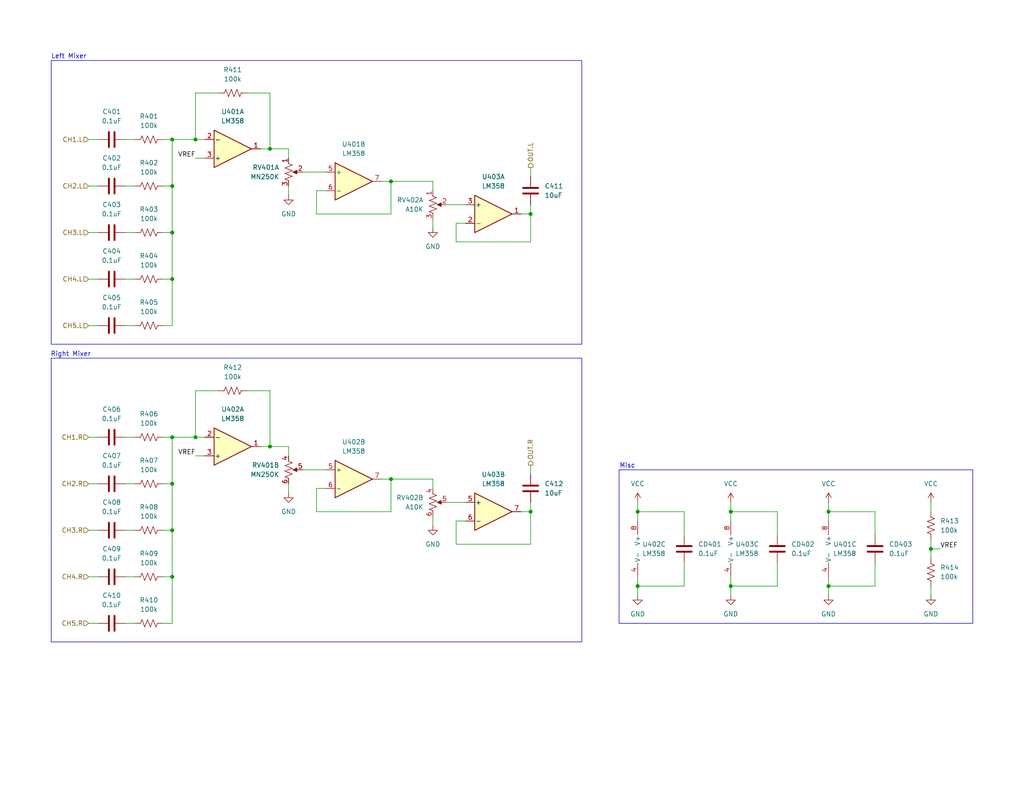
<source format=kicad_sch>
(kicad_sch (version 20250114) (generator "eeschema") (generator_version "9.0")
  (paper "USLetter")
  (title_block (title "Stereo Mixer") (date "2025-10-30") (rev "1.0") (company "vladaviedov.org") (comment 1 "Power: 12-30V Barrel Jack") (comment 2 "CH4-5: Instrument Mono") (comment 3 "CH1-3: Line Stereo"))
  (lib_symbols
    (symbol "Amplifier_Operational:LM358" (pin_names (offset 0.127))
      (property "Reference" "U" (at 0 5.08 0))
      (property "Value" "LM358" (at 0 -5.08 0))
      (symbol "LM358_1_1"
        (polyline (pts (xy -5.08 5.08) (xy 5.08 0) (xy -5.08 -5.08) (xy -5.08 5.08)) (stroke (width 0.254)) (fill (type background)))
        (pin input line (at -7.62 2.54 0) (length 2.54) (name "+") (number "3"))
        (pin input line (at -7.62 -2.54 0) (length 2.54) (name "-") (number "2"))
        (pin output line (at 7.62 0 180) (length 2.54) (name "~") (number "1"))
      )
      (symbol "LM358_2_1"
        (polyline (pts (xy -5.08 5.08) (xy 5.08 0) (xy -5.08 -5.08) (xy -5.08 5.08)) (stroke (width 0.254)) (fill (type background)))
        (pin input line (at -7.62 2.54 0) (length 2.54) (name "+") (number "5"))
        (pin input line (at -7.62 -2.54 0) (length 2.54) (name "-") (number "6"))
        (pin output line (at 7.62 0 180) (length 2.54) (name "~") (number "7"))
      )
      (symbol "LM358_3_1"
        (pin power_in line (at -2.54 7.62 270) (length 3.81) (name "V+") (number "8"))
        (pin power_in line (at -2.54 -7.62 90) (length 3.81) (name "V-") (number "4"))
      )
    )
    (symbol "Custom:R_Potentiometer_US_Dual_Split" (pin_names (offset 1.016) (hide yes))
      (property "Reference" "RV" (at -4.445 0 90))
      (property "Value" "R_Potentiometer_US_Dual_Split" (at -2.54 0 90))
      (symbol "R_Potentiometer_US_Dual_Split_0_1"
        (polyline (pts (xy 0 2.54) (xy 0 2.286)))
        (polyline (pts (xy 0 2.286) (xy 1.016 1.905) (xy 0 1.524) (xy -1.016 1.143) (xy 0 0.762)))
        (polyline (pts (xy 0 0.762) (xy 1.016 0.381) (xy 0 0) (xy -1.016 -0.381) (xy 0 -0.762)))
        (polyline (pts (xy 0 -0.762) (xy 1.016 -1.143) (xy 0 -1.524) (xy -1.016 -1.905) (xy 0 -2.286)))
        (polyline (pts (xy 0 -2.286) (xy 0 -2.54)))
        (polyline (pts (xy 1.143 0) (xy 2.286 0.508) (xy 2.286 -0.508) (xy 1.143 0)) (fill (type outline)))
        (polyline (pts (xy 2.54 0) (xy 1.524 0)))
      )
      (symbol "R_Potentiometer_US_Dual_Split_1_1"
        (pin passive line (at 0 3.81 270) (length 1.27) (name "1") (number "1"))
        (pin passive line (at 0 -3.81 90) (length 1.27) (name "3") (number "3"))
        (pin passive line (at 3.81 0 180) (length 1.27) (name "2") (number "2"))
      )
      (symbol "R_Potentiometer_US_Dual_Split_2_1"
        (pin passive line (at 0 3.81 270) (length 1.27) (name "4") (number "4"))
        (pin passive line (at 0 -3.81 90) (length 1.27) (name "6") (number "6"))
        (pin passive line (at 3.81 0 180) (length 1.27) (name "5") (number "5"))
      )
    )
    (symbol "Device:C" (pin_numbers (hide yes)) (pin_names (offset 0.254))
      (property "Reference" "C" (at 0.635 2.54 0))
      (property "Value" "C" (at 0.635 -2.54 0))
      (symbol "C_0_1"
        (polyline (pts (xy -2.032 0.762) (xy 2.032 0.762)) (stroke (width 0.508)))
        (polyline (pts (xy -2.032 -0.762) (xy 2.032 -0.762)) (stroke (width 0.508)))
      )
      (symbol "C_1_1"
        (pin passive line (at 0 3.81 270) (length 2.794) (name "~") (number "1"))
        (pin passive line (at 0 -3.81 90) (length 2.794) (name "~") (number "2"))
      )
    )
    (symbol "Device:R_US" (pin_numbers (hide yes)) (pin_names (offset 0))
      (property "Reference" "R" (at 2.54 0 90))
      (property "Value" "R_US" (at -2.54 0 90))
      (symbol "R_US_0_1"
        (polyline (pts (xy 0 2.286) (xy 0 2.54)))
        (polyline (pts (xy 0 2.286) (xy 1.016 1.905) (xy 0 1.524) (xy -1.016 1.143) (xy 0 0.762)))
        (polyline (pts (xy 0 0.762) (xy 1.016 0.381) (xy 0 0) (xy -1.016 -0.381) (xy 0 -0.762)))
        (polyline (pts (xy 0 -0.762) (xy 1.016 -1.143) (xy 0 -1.524) (xy -1.016 -1.905) (xy 0 -2.286)))
        (polyline (pts (xy 0 -2.286) (xy 0 -2.54)))
      )
      (symbol "R_US_1_1"
        (pin passive line (at 0 3.81 270) (length 1.27) (name "~") (number "1"))
        (pin passive line (at 0 -3.81 90) (length 1.27) (name "~") (number "2"))
      )
    )
    (symbol "power:GND" (power) (pin_numbers (hide yes)) (pin_names (offset 0) (hide yes))
      (property "Value" "GND" (at 0 -3.81 0))
      (symbol "GND_0_1"
        (polyline (pts (xy 0 0) (xy 0 -1.27) (xy 1.27 -1.27) (xy 0 -2.54) (xy -1.27 -1.27) (xy 0 -1.27)))
      )
      (symbol "GND_1_1"
        (pin power_in line (at 0 0 270) (length 0) (name "~") (number "1"))
      )
    )
    (symbol "power:VCC" (power) (pin_numbers (hide yes)) (pin_names (offset 0) (hide yes))
      (property "Value" "VCC" (at 0 3.556 0))
      (symbol "VCC_0_1"
        (polyline (pts (xy -0.762 1.27) (xy 0 2.54)))
        (polyline (pts (xy 0 2.54) (xy 0.762 1.27)))
        (polyline (pts (xy 0 0) (xy 0 2.54)))
      )
      (symbol "VCC_1_1"
        (pin power_in line (at 0 0 90) (length 0) (name "~") (number "1"))
      )
    )
  )
  (rectangle (start 13.97 97.79) (end 158.75 175.26))
  (rectangle (start 13.97 16.51) (end 158.75 93.98))
  (rectangle (start 168.91 128.27) (end 265.43 170.18))
  (text "Left Mixer" (at 18.796 15.494 0) (effects (font (size 1.27 1.27))))
  (text "Right Mixer" (at 19.304 96.774 0) (effects (font (size 1.27 1.27))))
  (text "Misc\n" (at 171.196 127.254 0) (effects (font (size 1.27 1.27))))
  (junction (at 46.99 119.38))
  (junction (at 53.34 119.38))
  (junction (at 46.99 76.2))
  (junction (at 173.99 139.7))
  (junction (at 199.39 160.02))
  (junction (at 106.68 130.81))
  (junction (at 46.99 157.48))
  (junction (at 144.78 139.7))
  (junction (at 73.66 40.64))
  (junction (at 254 149.86))
  (junction (at 73.66 121.92))
  (junction (at 226.06 139.7))
  (junction (at 46.99 63.5))
  (junction (at 53.34 38.1))
  (junction (at 199.39 139.7))
  (junction (at 46.99 132.08))
  (junction (at 173.99 160.02))
  (junction (at 46.99 38.1))
  (junction (at 106.68 49.53))
  (junction (at 46.99 50.8))
  (junction (at 226.06 160.02))
  (junction (at 46.99 144.78))
  (junction (at 144.78 58.42))
  (wire (pts (xy 254 149.86) (xy 256.54 149.86)))
  (wire (pts (xy 82.55 46.99) (xy 88.9 46.99)))
  (wire (pts (xy 121.92 137.16) (xy 127 137.16)))
  (wire (pts (xy 73.66 106.68) (xy 73.66 121.92)))
  (wire (pts (xy 46.99 88.9) (xy 46.99 76.2)))
  (wire (pts (xy 73.66 40.64) (xy 71.12 40.64)))
  (wire (pts (xy 106.68 130.81) (xy 118.11 130.81)))
  (wire (pts (xy 34.29 50.8) (xy 36.83 50.8)))
  (wire (pts (xy 238.76 160.02) (xy 238.76 153.67)))
  (wire (pts (xy 44.45 144.78) (xy 46.99 144.78)))
  (wire (pts (xy 212.09 160.02) (xy 212.09 153.67)))
  (wire (pts (xy 24.13 144.78) (xy 26.67 144.78)))
  (wire (pts (xy 44.45 63.5) (xy 46.99 63.5)))
  (wire (pts (xy 124.46 148.59) (xy 144.78 148.59)))
  (wire (pts (xy 226.06 137.16) (xy 226.06 139.7)))
  (wire (pts (xy 44.45 76.2) (xy 46.99 76.2)))
  (wire (pts (xy 144.78 139.7) (xy 142.24 139.7)))
  (wire (pts (xy 55.88 119.38) (xy 53.34 119.38)))
  (wire (pts (xy 238.76 139.7) (xy 238.76 146.05)))
  (wire (pts (xy 186.69 139.7) (xy 186.69 146.05)))
  (wire (pts (xy 144.78 58.42) (xy 142.24 58.42)))
  (wire (pts (xy 226.06 139.7) (xy 226.06 142.24)))
  (wire (pts (xy 144.78 66.04) (xy 144.78 58.42)))
  (wire (pts (xy 24.13 63.5) (xy 26.67 63.5)))
  (wire (pts (xy 24.13 88.9) (xy 26.67 88.9)))
  (wire (pts (xy 34.29 88.9) (xy 36.83 88.9)))
  (wire (pts (xy 46.99 170.18) (xy 46.99 157.48)))
  (wire (pts (xy 24.13 119.38) (xy 26.67 119.38)))
  (wire (pts (xy 144.78 139.7) (xy 144.78 137.16)))
  (wire (pts (xy 199.39 137.16) (xy 199.39 139.7)))
  (wire (pts (xy 118.11 59.69) (xy 118.11 62.23)))
  (wire (pts (xy 44.45 170.18) (xy 46.99 170.18)))
  (wire (pts (xy 118.11 49.53) (xy 118.11 52.07)))
  (wire (pts (xy 124.46 142.24) (xy 124.46 148.59)))
  (wire (pts (xy 46.99 76.2) (xy 46.99 63.5)))
  (wire (pts (xy 86.36 58.42) (xy 106.68 58.42)))
  (wire (pts (xy 86.36 139.7) (xy 106.68 139.7)))
  (wire (pts (xy 78.74 40.64) (xy 78.74 43.18)))
  (wire (pts (xy 78.74 121.92) (xy 78.74 124.46)))
  (wire (pts (xy 82.55 128.27) (xy 88.9 128.27)))
  (wire (pts (xy 118.11 140.97) (xy 118.11 143.51)))
  (wire (pts (xy 46.99 38.1) (xy 44.45 38.1)))
  (wire (pts (xy 34.29 76.2) (xy 36.83 76.2)))
  (wire (pts (xy 24.13 132.08) (xy 26.67 132.08)))
  (wire (pts (xy 127 60.96) (xy 124.46 60.96)))
  (wire (pts (xy 44.45 88.9) (xy 46.99 88.9)))
  (wire (pts (xy 67.31 25.4) (xy 73.66 25.4)))
  (wire (pts (xy 44.45 132.08) (xy 46.99 132.08)))
  (wire (pts (xy 78.74 50.8) (xy 78.74 53.34)))
  (wire (pts (xy 24.13 157.48) (xy 26.67 157.48)))
  (wire (pts (xy 34.29 144.78) (xy 36.83 144.78)))
  (wire (pts (xy 46.99 157.48) (xy 46.99 144.78)))
  (wire (pts (xy 144.78 127) (xy 144.78 129.54)))
  (wire (pts (xy 73.66 121.92) (xy 71.12 121.92)))
  (wire (pts (xy 173.99 160.02) (xy 173.99 162.56)))
  (wire (pts (xy 34.29 119.38) (xy 36.83 119.38)))
  (wire (pts (xy 46.99 63.5) (xy 46.99 50.8)))
  (wire (pts (xy 34.29 132.08) (xy 36.83 132.08)))
  (wire (pts (xy 212.09 139.7) (xy 212.09 146.05)))
  (wire (pts (xy 53.34 43.18) (xy 55.88 43.18)))
  (wire (pts (xy 34.29 170.18) (xy 36.83 170.18)))
  (wire (pts (xy 44.45 157.48) (xy 46.99 157.48)))
  (wire (pts (xy 199.39 139.7) (xy 199.39 142.24)))
  (wire (pts (xy 53.34 106.68) (xy 59.69 106.68)))
  (wire (pts (xy 46.99 132.08) (xy 46.99 119.38)))
  (wire (pts (xy 46.99 119.38) (xy 53.34 119.38)))
  (wire (pts (xy 24.13 170.18) (xy 26.67 170.18)))
  (wire (pts (xy 124.46 66.04) (xy 144.78 66.04)))
  (wire (pts (xy 34.29 157.48) (xy 36.83 157.48)))
  (wire (pts (xy 144.78 148.59) (xy 144.78 139.7)))
  (wire (pts (xy 173.99 137.16) (xy 173.99 139.7)))
  (wire (pts (xy 144.78 45.72) (xy 144.78 48.26)))
  (wire (pts (xy 226.06 157.48) (xy 226.06 160.02)))
  (wire (pts (xy 46.99 119.38) (xy 44.45 119.38)))
  (wire (pts (xy 199.39 157.48) (xy 199.39 160.02)))
  (wire (pts (xy 254 137.16) (xy 254 139.7)))
  (wire (pts (xy 53.34 25.4) (xy 59.69 25.4)))
  (wire (pts (xy 88.9 133.35) (xy 86.36 133.35)))
  (wire (pts (xy 124.46 60.96) (xy 124.46 66.04)))
  (wire (pts (xy 106.68 49.53) (xy 104.14 49.53)))
  (wire (pts (xy 118.11 130.81) (xy 118.11 133.35)))
  (wire (pts (xy 86.36 133.35) (xy 86.36 139.7)))
  (wire (pts (xy 226.06 139.7) (xy 238.76 139.7)))
  (wire (pts (xy 78.74 132.08) (xy 78.74 134.62)))
  (wire (pts (xy 226.06 160.02) (xy 238.76 160.02)))
  (wire (pts (xy 46.99 50.8) (xy 46.99 38.1)))
  (wire (pts (xy 173.99 139.7) (xy 173.99 142.24)))
  (wire (pts (xy 254 160.02) (xy 254 162.56)))
  (wire (pts (xy 44.45 50.8) (xy 46.99 50.8)))
  (wire (pts (xy 73.66 25.4) (xy 73.66 40.64)))
  (wire (pts (xy 144.78 58.42) (xy 144.78 55.88)))
  (wire (pts (xy 186.69 153.67) (xy 186.69 160.02)))
  (wire (pts (xy 24.13 50.8) (xy 26.67 50.8)))
  (wire (pts (xy 106.68 58.42) (xy 106.68 49.53)))
  (wire (pts (xy 254 152.4) (xy 254 149.86)))
  (wire (pts (xy 86.36 52.07) (xy 86.36 58.42)))
  (wire (pts (xy 53.34 124.46) (xy 55.88 124.46)))
  (wire (pts (xy 34.29 38.1) (xy 36.83 38.1)))
  (wire (pts (xy 106.68 139.7) (xy 106.68 130.81)))
  (wire (pts (xy 73.66 121.92) (xy 78.74 121.92)))
  (wire (pts (xy 46.99 38.1) (xy 53.34 38.1)))
  (wire (pts (xy 55.88 38.1) (xy 53.34 38.1)))
  (wire (pts (xy 34.29 63.5) (xy 36.83 63.5)))
  (wire (pts (xy 127 142.24) (xy 124.46 142.24)))
  (wire (pts (xy 199.39 139.7) (xy 212.09 139.7)))
  (wire (pts (xy 67.31 106.68) (xy 73.66 106.68)))
  (wire (pts (xy 254 147.32) (xy 254 149.86)))
  (wire (pts (xy 53.34 119.38) (xy 53.34 106.68)))
  (wire (pts (xy 46.99 144.78) (xy 46.99 132.08)))
  (wire (pts (xy 73.66 40.64) (xy 78.74 40.64)))
  (wire (pts (xy 88.9 52.07) (xy 86.36 52.07)))
  (wire (pts (xy 24.13 38.1) (xy 26.67 38.1)))
  (wire (pts (xy 173.99 157.48) (xy 173.99 160.02)))
  (wire (pts (xy 226.06 160.02) (xy 226.06 162.56)))
  (wire (pts (xy 121.92 55.88) (xy 127 55.88)))
  (wire (pts (xy 173.99 160.02) (xy 186.69 160.02)))
  (wire (pts (xy 199.39 160.02) (xy 212.09 160.02)))
  (wire (pts (xy 53.34 38.1) (xy 53.34 25.4)))
  (wire (pts (xy 106.68 49.53) (xy 118.11 49.53)))
  (wire (pts (xy 106.68 130.81) (xy 104.14 130.81)))
  (wire (pts (xy 199.39 160.02) (xy 199.39 162.56)))
  (wire (pts (xy 24.13 76.2) (xy 26.67 76.2)))
  (wire (pts (xy 173.99 139.7) (xy 186.69 139.7)))
  (label "VREF" (at 256.54 149.86 0))
  (label "VREF" (at 53.34 43.18 180))
  (label "VREF" (at 53.34 124.46 180))
  (hierarchical_label "CH5.L" (shape input) (at 24.13 88.9 180))
  (hierarchical_label "OUT.L" (shape output) (at 144.78 45.72 90))
  (hierarchical_label "CH3.L" (shape input) (at 24.13 63.5 180))
  (hierarchical_label "CH3.R" (shape input) (at 24.13 144.78 180))
  (hierarchical_label "CH1.R" (shape input) (at 24.13 119.38 180))
  (hierarchical_label "CH4.R" (shape input) (at 24.13 157.48 180))
  (hierarchical_label "CH4.L" (shape input) (at 24.13 76.2 180))
  (hierarchical_label "CH2.R" (shape input) (at 24.13 132.08 180))
  (hierarchical_label "CH5.R" (shape input) (at 24.13 170.18 180))
  (hierarchical_label "OUT.R" (shape output) (at 144.78 127 90))
  (hierarchical_label "CH2.L" (shape input) (at 24.13 50.8 180))
  (hierarchical_label "CH1.L" (shape input) (at 24.13 38.1 180))
  (symbol (lib_id "Device:C") (at 212.09 149.86 0) (unit 1)
    (property "Reference" "CD402" (at 215.9 148.5899 0) (effects (justify left)))
    (property "Value" "0.1uF" (at 215.9 151.1299 0) (effects (justify left)))
    (property "Footprint" "Custom:C_0402_1005Metric_Fix" (effects (hide yes)))
    (property "Description" "Unpolarized capacitor" (effects (hide yes)))
    (property "Supplier" "https://www.digikey.com/en/products/detail/kyocera-avx/KGM05AR51C104KH/563236" (effects (hide yes)))
  )
  (symbol (lib_id "power:GND") (at 199.39 162.56 0) (unit 1)
    (property "Reference" "#PWR0408" (effects (hide yes)))
    (property "Value" "GND" (at 199.39 167.64 0))
    (property "Description" "Power symbol creates a global label with name \"GND\" , ground" (effects (hide yes)))
  )
  (symbol (lib_id "Device:R_US") (at 40.64 144.78 90) (unit 1)
    (property "Reference" "R408" (at 40.64 138.43 90))
    (property "Value" "100k" (at 40.64 140.97 90))
    (property "Footprint" "Resistor_SMD:R_1206_3216Metric" (effects (hide yes)))
    (property "Description" "Resistor, US symbol" (effects (hide yes)))
    (property "Supplier" "https://www.digikey.com/en/products/detail/yageo/RC1206FR-07100KL/728492" (effects (hide yes)))
  )
  (symbol (lib_id "power:VCC") (at 226.06 137.16 0) (unit 1)
    (property "Reference" "#PWR0409" (effects (hide yes)))
    (property "Value" "VCC" (at 226.06 132.08 0))
    (property "Description" "Power symbol creates a global label with name \"VCC\"" (effects (hide yes)))
  )
  (symbol (lib_id "Device:C") (at 30.48 157.48 90) (unit 1)
    (property "Reference" "C409" (at 30.48 149.86 90))
    (property "Value" "0.1uF" (at 30.48 152.4 90))
    (property "Footprint" "Capacitor_SMD:C_1206_3216Metric" (effects (hide yes)))
    (property "Description" "Unpolarized capacitor" (effects (hide yes)))
    (property "Supplier" "https://www.digikey.com/en/products/detail/murata-electronics/GRM3195C1H104JA05D/13531811" (effects (hide yes)))
  )
  (symbol (lib_id "Custom:R_Potentiometer_US_Dual_Split") (at 78.74 128.27 0) (unit 2)
    (property "Reference" "RV401" (at 76.2 126.9999 0) (effects (justify right)))
    (property "Value" "MN250K" (at 76.2 129.5399 0) (effects (justify right)))
    (property "Footprint" "Custom:ChassisMount_Wire-0.25sqmm_2x03_P4.2mm_D0.65mm_OD1.7mm" (effects (hide yes)))
    (property "Description" "Potentiometer, US symbol" (effects (hide yes)))
    (property "Supplier" "https://www.digikey.com/en/products/detail/bourns-inc/PDB182-GTRB1-254MN/3780712" (effects (hide yes)))
  )
  (symbol (lib_id "Amplifier_Operational:LM358") (at 63.5 40.64 0) (mirror x) (unit 1)
    (property "Reference" "U401" (at 63.5 30.48 0))
    (property "Value" "LM358" (at 63.5 33.02 0))
    (property "Footprint" "Package_SO:SOIC-8_3.9x4.9mm_P1.27mm" (effects (hide yes)))
    (property "Datasheet" "http://www.ti.com/lit/ds/symlink/lm2904-n.pdf" (effects (hide yes)))
    (property "Description" "Low-Power, Dual Operational Amplifiers, DIP-8/SOIC-8/TO-99-8" (effects (hide yes)))
    (property "Supplier" "https://www.digikey.com/en/products/detail/stmicroelectronics/LM358DT/591693" (effects (hide yes)))
  )
  (symbol (lib_id "Device:C") (at 186.69 149.86 0) (unit 1)
    (property "Reference" "CD401" (at 190.5 148.5899 0) (effects (justify left)))
    (property "Value" "0.1uF" (at 190.5 151.1299 0) (effects (justify left)))
    (property "Footprint" "Custom:C_0402_1005Metric_Fix" (effects (hide yes)))
    (property "Description" "Unpolarized capacitor" (effects (hide yes)))
    (property "Supplier" "https://www.digikey.com/en/products/detail/kyocera-avx/KGM05AR51C104KH/563236" (effects (hide yes)))
  )
  (symbol (lib_id "Amplifier_Operational:LM358") (at 134.62 139.7 0) (unit 2)
    (property "Reference" "U403" (at 134.62 129.54 0))
    (property "Value" "LM358" (at 134.62 132.08 0))
    (property "Footprint" "Package_SO:SOIC-8_3.9x4.9mm_P1.27mm" (effects (hide yes)))
    (property "Datasheet" "http://www.ti.com/lit/ds/symlink/lm2904-n.pdf" (effects (hide yes)))
    (property "Description" "Low-Power, Dual Operational Amplifiers, DIP-8/SOIC-8/TO-99-8" (effects (hide yes)))
    (property "Supplier" "https://www.digikey.com/en/products/detail/stmicroelectronics/LM358DT/591693" (effects (hide yes)))
  )
  (symbol (lib_id "power:GND") (at 254 162.56 0) (unit 1)
    (property "Reference" "#PWR0412" (effects (hide yes)))
    (property "Value" "GND" (at 254 167.64 0))
    (property "Description" "Power symbol creates a global label with name \"GND\" , ground" (effects (hide yes)))
  )
  (symbol (lib_id "power:GND") (at 173.99 162.56 0) (unit 1)
    (property "Reference" "#PWR0406" (effects (hide yes)))
    (property "Value" "GND" (at 173.99 167.64 0))
    (property "Description" "Power symbol creates a global label with name \"GND\" , ground" (effects (hide yes)))
  )
  (symbol (lib_id "power:VCC") (at 199.39 137.16 0) (unit 1)
    (property "Reference" "#PWR0407" (effects (hide yes)))
    (property "Value" "VCC" (at 199.39 132.08 0))
    (property "Description" "Power symbol creates a global label with name \"VCC\"" (effects (hide yes)))
  )
  (symbol (lib_id "Device:R_US") (at 40.64 76.2 90) (unit 1)
    (property "Reference" "R404" (at 40.64 69.85 90))
    (property "Value" "100k" (at 40.64 72.39 90))
    (property "Footprint" "Resistor_SMD:R_1206_3216Metric" (effects (hide yes)))
    (property "Description" "Resistor, US symbol" (effects (hide yes)))
    (property "Supplier" "https://www.digikey.com/en/products/detail/yageo/RC1206FR-07100KL/728492" (effects (hide yes)))
  )
  (symbol (lib_id "Device:R_US") (at 254 156.21 0) (unit 1)
    (property "Reference" "R414" (at 256.54 154.9399 0) (effects (justify left)))
    (property "Value" "100k" (at 256.54 157.4799 0) (effects (justify left)))
    (property "Footprint" "Resistor_SMD:R_1206_3216Metric" (effects (hide yes)))
    (property "Description" "Resistor, US symbol" (effects (hide yes)))
    (property "Supplier" "https://www.digikey.com/en/products/detail/yageo/RC1206FR-07100KL/728492" (effects (hide yes)))
  )
  (symbol (lib_id "Device:R_US") (at 63.5 25.4 90) (unit 1)
    (property "Reference" "R411" (at 63.5 19.05 90))
    (property "Value" "100k" (at 63.5 21.59 90))
    (property "Footprint" "Resistor_SMD:R_1206_3216Metric" (effects (hide yes)))
    (property "Description" "Resistor, US symbol" (effects (hide yes)))
    (property "Supplier" "https://www.digikey.com/en/products/detail/yageo/RC1206FR-07100KL/728492" (effects (hide yes)))
  )
  (symbol (lib_id "Amplifier_Operational:LM358") (at 96.52 49.53 0) (unit 2)
    (property "Reference" "U401" (at 96.52 39.37 0))
    (property "Value" "LM358" (at 96.52 41.91 0))
    (property "Footprint" "Package_SO:SOIC-8_3.9x4.9mm_P1.27mm" (effects (hide yes)))
    (property "Datasheet" "http://www.ti.com/lit/ds/symlink/lm2904-n.pdf" (effects (hide yes)))
    (property "Description" "Low-Power, Dual Operational Amplifiers, DIP-8/SOIC-8/TO-99-8" (effects (hide yes)))
    (property "Supplier" "https://www.digikey.com/en/products/detail/stmicroelectronics/LM358DT/591693" (effects (hide yes)))
  )
  (symbol (lib_id "power:GND") (at 78.74 134.62 0) (unit 1)
    (property "Reference" "#PWR0402" (effects (hide yes)))
    (property "Value" "GND" (at 78.74 139.7 0))
    (property "Description" "Power symbol creates a global label with name \"GND\" , ground" (effects (hide yes)))
  )
  (symbol (lib_id "Device:R_US") (at 40.64 63.5 90) (unit 1)
    (property "Reference" "R403" (at 40.64 57.15 90))
    (property "Value" "100k" (at 40.64 59.69 90))
    (property "Footprint" "Resistor_SMD:R_1206_3216Metric" (effects (hide yes)))
    (property "Description" "Resistor, US symbol" (effects (hide yes)))
    (property "Supplier" "https://www.digikey.com/en/products/detail/yageo/RC1206FR-07100KL/728492" (effects (hide yes)))
  )
  (symbol (lib_id "Device:C") (at 30.48 170.18 90) (unit 1)
    (property "Reference" "C410" (at 30.48 162.56 90))
    (property "Value" "0.1uF" (at 30.48 165.1 90))
    (property "Footprint" "Capacitor_SMD:C_1206_3216Metric" (effects (hide yes)))
    (property "Description" "Unpolarized capacitor" (effects (hide yes)))
    (property "Supplier" "https://www.digikey.com/en/products/detail/murata-electronics/GRM3195C1H104JA05D/13531811" (effects (hide yes)))
  )
  (symbol (lib_id "Device:R_US") (at 40.64 88.9 90) (unit 1)
    (property "Reference" "R405" (at 40.64 82.55 90))
    (property "Value" "100k" (at 40.64 85.09 90))
    (property "Footprint" "Resistor_SMD:R_1206_3216Metric" (effects (hide yes)))
    (property "Description" "Resistor, US symbol" (effects (hide yes)))
    (property "Supplier" "https://www.digikey.com/en/products/detail/yageo/RC1206FR-07100KL/728492" (effects (hide yes)))
  )
  (symbol (lib_id "Device:C") (at 238.76 149.86 0) (unit 1)
    (property "Reference" "CD403" (at 242.57 148.5899 0) (effects (justify left)))
    (property "Value" "0.1uF" (at 242.57 151.1299 0) (effects (justify left)))
    (property "Footprint" "Custom:C_0402_1005Metric_Fix" (effects (hide yes)))
    (property "Description" "Unpolarized capacitor" (effects (hide yes)))
    (property "Supplier" "https://www.digikey.com/en/products/detail/kyocera-avx/KGM05AR51C104KH/563236" (effects (hide yes)))
  )
  (symbol (lib_id "power:VCC") (at 173.99 137.16 0) (unit 1)
    (property "Reference" "#PWR0405" (effects (hide yes)))
    (property "Value" "VCC" (at 173.99 132.08 0))
    (property "Description" "Power symbol creates a global label with name \"VCC\"" (effects (hide yes)))
  )
  (symbol (lib_id "Device:R_US") (at 40.64 38.1 90) (unit 1)
    (property "Reference" "R401" (at 40.64 31.75 90))
    (property "Value" "100k" (at 40.64 34.29 90))
    (property "Footprint" "Resistor_SMD:R_1206_3216Metric" (effects (hide yes)))
    (property "Description" "Resistor, US symbol" (effects (hide yes)))
    (property "Supplier" "https://www.digikey.com/en/products/detail/yageo/RC1206FR-07100KL/728492" (effects (hide yes)))
  )
  (symbol (lib_id "Device:C") (at 30.48 50.8 90) (unit 1)
    (property "Reference" "C402" (at 30.48 43.18 90))
    (property "Value" "0.1uF" (at 30.48 45.72 90))
    (property "Footprint" "Capacitor_SMD:C_1206_3216Metric" (effects (hide yes)))
    (property "Description" "Unpolarized capacitor" (effects (hide yes)))
    (property "Supplier" "https://www.digikey.com/en/products/detail/murata-electronics/GRM3195C1H104JA05D/13531811" (effects (hide yes)))
  )
  (symbol (lib_id "power:GND") (at 78.74 53.34 0) (unit 1)
    (property "Reference" "#PWR0401" (effects (hide yes)))
    (property "Value" "GND" (at 78.74 58.42 0))
    (property "Description" "Power symbol creates a global label with name \"GND\" , ground" (effects (hide yes)))
  )
  (symbol (lib_id "Amplifier_Operational:LM358") (at 176.53 149.86 0) (unit 3)
    (property "Reference" "U402" (at 175.26 148.5899 0) (effects (justify left)))
    (property "Value" "LM358" (at 175.26 151.1299 0) (effects (justify left)))
    (property "Footprint" "Package_SO:SOIC-8_3.9x4.9mm_P1.27mm" (effects (hide yes)))
    (property "Datasheet" "http://www.ti.com/lit/ds/symlink/lm2904-n.pdf" (effects (hide yes)))
    (property "Description" "Low-Power, Dual Operational Amplifiers, DIP-8/SOIC-8/TO-99-8" (effects (hide yes)))
    (property "Supplier" "https://www.digikey.com/en/products/detail/stmicroelectronics/LM358DT/591693" (effects (hide yes)))
  )
  (symbol (lib_id "Device:R_US") (at 40.64 119.38 90) (unit 1)
    (property "Reference" "R406" (at 40.64 113.03 90))
    (property "Value" "100k" (at 40.64 115.57 90))
    (property "Footprint" "Resistor_SMD:R_1206_3216Metric" (effects (hide yes)))
    (property "Description" "Resistor, US symbol" (effects (hide yes)))
    (property "Supplier" "https://www.digikey.com/en/products/detail/yageo/RC1206FR-07100KL/728492" (effects (hide yes)))
  )
  (symbol (lib_id "Amplifier_Operational:LM358") (at 63.5 121.92 0) (mirror x) (unit 1)
    (property "Reference" "U402" (at 63.5 111.76 0))
    (property "Value" "LM358" (at 63.5 114.3 0))
    (property "Footprint" "Package_SO:SOIC-8_3.9x4.9mm_P1.27mm" (effects (hide yes)))
    (property "Datasheet" "http://www.ti.com/lit/ds/symlink/lm2904-n.pdf" (effects (hide yes)))
    (property "Description" "Low-Power, Dual Operational Amplifiers, DIP-8/SOIC-8/TO-99-8" (effects (hide yes)))
    (property "Supplier" "https://www.digikey.com/en/products/detail/stmicroelectronics/LM358DT/591693" (effects (hide yes)))
  )
  (symbol (lib_id "power:GND") (at 226.06 162.56 0) (unit 1)
    (property "Reference" "#PWR0410" (effects (hide yes)))
    (property "Value" "GND" (at 226.06 167.64 0))
    (property "Description" "Power symbol creates a global label with name \"GND\" , ground" (effects (hide yes)))
  )
  (symbol (lib_id "Device:C") (at 30.48 144.78 90) (unit 1)
    (property "Reference" "C408" (at 30.48 137.16 90))
    (property "Value" "0.1uF" (at 30.48 139.7 90))
    (property "Footprint" "Capacitor_SMD:C_1206_3216Metric" (effects (hide yes)))
    (property "Description" "Unpolarized capacitor" (effects (hide yes)))
    (property "Supplier" "https://www.digikey.com/en/products/detail/murata-electronics/GRM3195C1H104JA05D/13531811" (effects (hide yes)))
  )
  (symbol (lib_id "Device:R_US") (at 40.64 132.08 90) (unit 1)
    (property "Reference" "R407" (at 40.64 125.73 90))
    (property "Value" "100k" (at 40.64 128.27 90))
    (property "Footprint" "Resistor_SMD:R_1206_3216Metric" (effects (hide yes)))
    (property "Description" "Resistor, US symbol" (effects (hide yes)))
    (property "Supplier" "https://www.digikey.com/en/products/detail/yageo/RC1206FR-07100KL/728492" (effects (hide yes)))
  )
  (symbol (lib_id "Device:R_US") (at 254 143.51 0) (unit 1)
    (property "Reference" "R413" (at 256.54 142.2399 0) (effects (justify left)))
    (property "Value" "100k" (at 256.54 144.7799 0) (effects (justify left)))
    (property "Footprint" "Resistor_SMD:R_1206_3216Metric" (effects (hide yes)))
    (property "Description" "Resistor, US symbol" (effects (hide yes)))
    (property "Supplier" "https://www.digikey.com/en/products/detail/yageo/RC1206FR-07100KL/728492" (effects (hide yes)))
  )
  (symbol (lib_id "Device:C") (at 30.48 88.9 90) (unit 1)
    (property "Reference" "C405" (at 30.48 81.28 90))
    (property "Value" "0.1uF" (at 30.48 83.82 90))
    (property "Footprint" "Capacitor_SMD:C_1206_3216Metric" (effects (hide yes)))
    (property "Description" "Unpolarized capacitor" (effects (hide yes)))
    (property "Supplier" "https://www.digikey.com/en/products/detail/murata-electronics/GRM3195C1H104JA05D/13531811" (effects (hide yes)))
  )
  (symbol (lib_id "Device:C") (at 30.48 119.38 90) (unit 1)
    (property "Reference" "C406" (at 30.48 111.76 90))
    (property "Value" "0.1uF" (at 30.48 114.3 90))
    (property "Footprint" "Capacitor_SMD:C_1206_3216Metric" (effects (hide yes)))
    (property "Description" "Unpolarized capacitor" (effects (hide yes)))
    (property "Supplier" "https://www.digikey.com/en/products/detail/murata-electronics/GRM3195C1H104JA05D/13531811" (effects (hide yes)))
  )
  (symbol (lib_id "Device:C") (at 144.78 133.35 0) (unit 1)
    (property "Reference" "C412" (at 148.59 132.0799 0) (effects (justify left)))
    (property "Value" "10uF" (at 148.59 134.6199 0) (effects (justify left)))
    (property "Footprint" "Capacitor_SMD:C_1206_3216Metric" (effects (hide yes)))
    (property "Description" "Unpolarized capacitor" (effects (hide yes)))
    (property "Supplier" "https://www.digikey.com/en/products/detail/samsung-electro-mechanics/CL31A106KBHNNNE/3888534" (effects (hide yes)))
  )
  (symbol (lib_id "Custom:R_Potentiometer_US_Dual_Split") (at 118.11 137.16 0) (unit 2)
    (property "Reference" "RV402" (at 115.57 135.8899 0) (effects (justify right)))
    (property "Value" "A10K" (at 115.57 138.4299 0) (effects (justify right)))
    (property "Footprint" "Custom:ChassisMount_Wire-0.25sqmm_2x03_P4.2mm_D0.65mm_OD1.7mm" (effects (hide yes)))
    (property "Description" "Potentiometer, US symbol" (effects (hide yes)))
    (property "Supplier" "https://www.digikey.com/en/products/detail/same-sky-formerly-cui-devices/PTN16-A10125K1A2/20380750" (effects (hide yes)))
  )
  (symbol (lib_id "Custom:R_Potentiometer_US_Dual_Split") (at 78.74 46.99 0) (unit 1)
    (property "Reference" "RV401" (at 76.2 45.7199 0) (effects (justify right)))
    (property "Value" "MN250K" (at 76.2 48.2599 0) (effects (justify right)))
    (property "Footprint" "Custom:ChassisMount_Wire-0.25sqmm_2x03_P4.2mm_D0.65mm_OD1.7mm" (effects (hide yes)))
    (property "Description" "Potentiometer, US symbol" (effects (hide yes)))
    (property "Supplier" "https://www.digikey.com/en/products/detail/bourns-inc/PDB182-GTRB1-254MN/3780712" (effects (hide yes)))
  )
  (symbol (lib_id "power:GND") (at 118.11 143.51 0) (unit 1)
    (property "Reference" "#PWR0404" (effects (hide yes)))
    (property "Value" "GND" (at 118.11 148.59 0))
    (property "Description" "Power symbol creates a global label with name \"GND\" , ground" (effects (hide yes)))
  )
  (symbol (lib_id "Amplifier_Operational:LM358") (at 96.52 130.81 0) (unit 2)
    (property "Reference" "U402" (at 96.52 120.65 0))
    (property "Value" "LM358" (at 96.52 123.19 0))
    (property "Footprint" "Package_SO:SOIC-8_3.9x4.9mm_P1.27mm" (effects (hide yes)))
    (property "Datasheet" "http://www.ti.com/lit/ds/symlink/lm2904-n.pdf" (effects (hide yes)))
    (property "Description" "Low-Power, Dual Operational Amplifiers, DIP-8/SOIC-8/TO-99-8" (effects (hide yes)))
    (property "Supplier" "https://www.digikey.com/en/products/detail/stmicroelectronics/LM358DT/591693" (effects (hide yes)))
  )
  (symbol (lib_id "Device:C") (at 30.48 63.5 90) (unit 1)
    (property "Reference" "C403" (at 30.48 55.88 90))
    (property "Value" "0.1uF" (at 30.48 58.42 90))
    (property "Footprint" "Capacitor_SMD:C_1206_3216Metric" (effects (hide yes)))
    (property "Description" "Unpolarized capacitor" (effects (hide yes)))
    (property "Supplier" "https://www.digikey.com/en/products/detail/murata-electronics/GRM3195C1H104JA05D/13531811" (effects (hide yes)))
  )
  (symbol (lib_id "Device:C") (at 30.48 38.1 90) (unit 1)
    (property "Reference" "C401" (at 30.48 30.48 90))
    (property "Value" "0.1uF" (at 30.48 33.02 90))
    (property "Footprint" "Capacitor_SMD:C_1206_3216Metric" (effects (hide yes)))
    (property "Description" "Unpolarized capacitor" (effects (hide yes)))
    (property "Supplier" "https://www.digikey.com/en/products/detail/murata-electronics/GRM3195C1H104JA05D/13531811" (effects (hide yes)))
  )
  (symbol (lib_id "Amplifier_Operational:LM358") (at 228.6 149.86 0) (unit 3)
    (property "Reference" "U401" (at 227.33 148.5899 0) (effects (justify left)))
    (property "Value" "LM358" (at 227.33 151.1299 0) (effects (justify left)))
    (property "Footprint" "Package_SO:SOIC-8_3.9x4.9mm_P1.27mm" (effects (hide yes)))
    (property "Datasheet" "http://www.ti.com/lit/ds/symlink/lm2904-n.pdf" (effects (hide yes)))
    (property "Description" "Low-Power, Dual Operational Amplifiers, DIP-8/SOIC-8/TO-99-8" (effects (hide yes)))
    (property "Supplier" "https://www.digikey.com/en/products/detail/stmicroelectronics/LM358DT/591693" (effects (hide yes)))
  )
  (symbol (lib_id "Amplifier_Operational:LM358") (at 201.93 149.86 0) (unit 3)
    (property "Reference" "U403" (at 200.66 148.5899 0) (effects (justify left)))
    (property "Value" "LM358" (at 200.66 151.1299 0) (effects (justify left)))
    (property "Footprint" "Package_SO:SOIC-8_3.9x4.9mm_P1.27mm" (effects (hide yes)))
    (property "Datasheet" "http://www.ti.com/lit/ds/symlink/lm2904-n.pdf" (effects (hide yes)))
    (property "Description" "Low-Power, Dual Operational Amplifiers, DIP-8/SOIC-8/TO-99-8" (effects (hide yes)))
    (property "Supplier" "https://www.digikey.com/en/products/detail/stmicroelectronics/LM358DT/591693" (effects (hide yes)))
  )
  (symbol (lib_id "Device:C") (at 30.48 132.08 90) (unit 1)
    (property "Reference" "C407" (at 30.48 124.46 90))
    (property "Value" "0.1uF" (at 30.48 127 90))
    (property "Footprint" "Capacitor_SMD:C_1206_3216Metric" (effects (hide yes)))
    (property "Description" "Unpolarized capacitor" (effects (hide yes)))
    (property "Supplier" "https://www.digikey.com/en/products/detail/murata-electronics/GRM3195C1H104JA05D/13531811" (effects (hide yes)))
  )
  (symbol (lib_id "Amplifier_Operational:LM358") (at 134.62 58.42 0) (unit 1)
    (property "Reference" "U403" (at 134.62 48.26 0))
    (property "Value" "LM358" (at 134.62 50.8 0))
    (property "Footprint" "Package_SO:SOIC-8_3.9x4.9mm_P1.27mm" (effects (hide yes)))
    (property "Datasheet" "http://www.ti.com/lit/ds/symlink/lm2904-n.pdf" (effects (hide yes)))
    (property "Description" "Low-Power, Dual Operational Amplifiers, DIP-8/SOIC-8/TO-99-8" (effects (hide yes)))
    (property "Supplier" "https://www.digikey.com/en/products/detail/stmicroelectronics/LM358DT/591693" (effects (hide yes)))
  )
  (symbol (lib_id "Device:R_US") (at 40.64 170.18 90) (unit 1)
    (property "Reference" "R410" (at 40.64 163.83 90))
    (property "Value" "100k" (at 40.64 166.37 90))
    (property "Footprint" "Resistor_SMD:R_1206_3216Metric" (effects (hide yes)))
    (property "Description" "Resistor, US symbol" (effects (hide yes)))
    (property "Supplier" "https://www.digikey.com/en/products/detail/yageo/RC1206FR-07100KL/728492" (effects (hide yes)))
  )
  (symbol (lib_id "Device:C") (at 30.48 76.2 90) (unit 1)
    (property "Reference" "C404" (at 30.48 68.58 90))
    (property "Value" "0.1uF" (at 30.48 71.12 90))
    (property "Footprint" "Capacitor_SMD:C_1206_3216Metric" (effects (hide yes)))
    (property "Description" "Unpolarized capacitor" (effects (hide yes)))
    (property "Supplier" "https://www.digikey.com/en/products/detail/murata-electronics/GRM3195C1H104JA05D/13531811" (effects (hide yes)))
  )
  (symbol (lib_id "Device:C") (at 144.78 52.07 0) (unit 1)
    (property "Reference" "C411" (at 148.59 50.7999 0) (effects (justify left)))
    (property "Value" "10uF" (at 148.59 53.3399 0) (effects (justify left)))
    (property "Footprint" "Capacitor_SMD:C_1206_3216Metric" (effects (hide yes)))
    (property "Description" "Unpolarized capacitor" (effects (hide yes)))
    (property "Supplier" "https://www.digikey.com/en/products/detail/samsung-electro-mechanics/CL31A106KBHNNNE/3888534" (effects (hide yes)))
  )
  (symbol (lib_id "Device:R_US") (at 63.5 106.68 90) (unit 1)
    (property "Reference" "R412" (at 63.5 100.33 90))
    (property "Value" "100k" (at 63.5 102.87 90))
    (property "Footprint" "Resistor_SMD:R_1206_3216Metric" (effects (hide yes)))
    (property "Description" "Resistor, US symbol" (effects (hide yes)))
    (property "Supplier" "https://www.digikey.com/en/products/detail/yageo/RC1206FR-07100KL/728492" (effects (hide yes)))
  )
  (symbol (lib_id "power:VCC") (at 254 137.16 0) (unit 1)
    (property "Reference" "#PWR0411" (effects (hide yes)))
    (property "Value" "VCC" (at 254 132.08 0))
    (property "Description" "Power symbol creates a global label with name \"VCC\"" (effects (hide yes)))
  )
  (symbol (lib_id "Custom:R_Potentiometer_US_Dual_Split") (at 118.11 55.88 0) (unit 1)
    (property "Reference" "RV402" (at 115.57 54.6099 0) (effects (justify right)))
    (property "Value" "A10K" (at 115.57 57.1499 0) (effects (justify right)))
    (property "Footprint" "Custom:ChassisMount_Wire-0.25sqmm_2x03_P4.2mm_D0.65mm_OD1.7mm" (effects (hide yes)))
    (property "Description" "Potentiometer, US symbol" (effects (hide yes)))
    (property "Supplier" "https://www.digikey.com/en/products/detail/same-sky-formerly-cui-devices/PTN16-A10125K1A2/20380750" (effects (hide yes)))
  )
  (symbol (lib_id "Device:R_US") (at 40.64 50.8 90) (unit 1)
    (property "Reference" "R402" (at 40.64 44.45 90))
    (property "Value" "100k" (at 40.64 46.99 90))
    (property "Footprint" "Resistor_SMD:R_1206_3216Metric" (effects (hide yes)))
    (property "Description" "Resistor, US symbol" (effects (hide yes)))
    (property "Supplier" "https://www.digikey.com/en/products/detail/yageo/RC1206FR-07100KL/728492" (effects (hide yes)))
  )
  (symbol (lib_id "Device:R_US") (at 40.64 157.48 90) (unit 1)
    (property "Reference" "R409" (at 40.64 151.13 90))
    (property "Value" "100k" (at 40.64 153.67 90))
    (property "Footprint" "Resistor_SMD:R_1206_3216Metric" (effects (hide yes)))
    (property "Description" "Resistor, US symbol" (effects (hide yes)))
    (property "Supplier" "https://www.digikey.com/en/products/detail/yageo/RC1206FR-07100KL/728492" (effects (hide yes)))
  )
  (symbol (lib_id "power:GND") (at 118.11 62.23 0) (unit 1)
    (property "Reference" "#PWR0403" (effects (hide yes)))
    (property "Value" "GND" (at 118.11 67.31 0))
    (property "Description" "Power symbol creates a global label with name \"GND\" , ground" (effects (hide yes)))
  )
)
</source>
